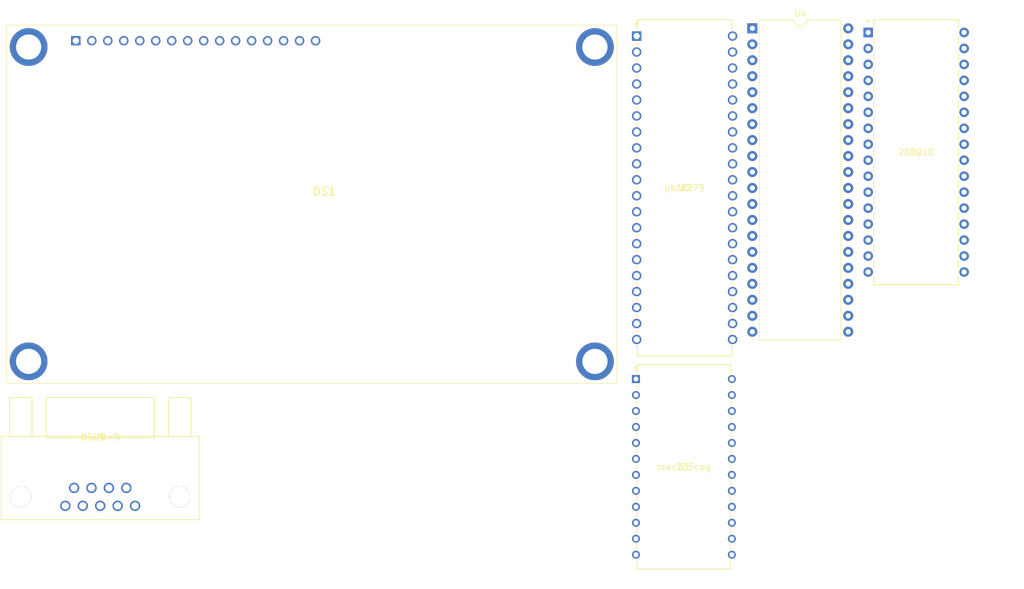
<source format=kicad_pcb>
(kicad_pcb (version 20211014) (generator pcbnew)
  (layers (0 "F.Cu" signal) (31 "B.Cu" signal) (34 "B.Paste" user) (35 "F.Paste" user) (36 "B.SilkS" user "B.Silkscreen") (37 "F.SilkS" user "F.Silkscreen") (38 "B.Mask" user) (39 "F.Mask" user) (44 "Edge.Cuts" user))
  (net 0 "")
  (footprint "Package_DIP:DIP-40_W15.24mm" (layer "F.Cu") (at 194.875 46.285)
    (fp_text reference "U4" (at 7.62 -2.33) (layer "F.SilkS"))
    (fp_text value "8086_Min_Mode")
    (fp_line (start 6.62 -1.33) (end 1.16 -1.33) (layer "F.SilkS") (width 0.12))
    (fp_line (start 14.08 49.59) (end 14.08 -1.33) (layer "F.SilkS") (width 0.12))
    (fp_line (start 1.16 -1.33) (end 1.16 49.59) (layer "F.SilkS") (width 0.12))
    (fp_line (start 14.08 -1.33) (end 8.62 -1.33) (layer "F.SilkS") (width 0.12))
    (fp_line (start 1.16 49.59) (end 14.08 49.59) (layer "F.SilkS") (width 0.12))
    (fp_arc (start 8.62 -1.33) (mid 7.62 -0.33) (end 6.62 -1.33) (layer "F.SilkS") (width 0.12))
    (pad "1" thru_hole rect (at 0 0) (size 1.6 1.6) (drill 0.8) (layers *.Cu *.Mask))
    (pad "2" thru_hole oval (at 0 2.54) (size 1.6 1.6) (drill 0.8) (layers *.Cu *.Mask))
    (pad "3" thru_hole oval (at 0 5.08) (size 1.6 1.6) (drill 0.8) (layers *.Cu *.Mask))
    (pad "4" thru_hole oval (at 0 7.62) (size 1.6 1.6) (drill 0.8) (layers *.Cu *.Mask))
    (pad "5" thru_hole oval (at 0 10.16) (size 1.6 1.6) (drill 0.8) (layers *.Cu *.Mask))
    (pad "6" thru_hole oval (at 0 12.7) (size 1.6 1.6) (drill 0.8) (layers *.Cu *.Mask))
    (pad "7" thru_hole oval (at 0 15.24) (size 1.6 1.6) (drill 0.8) (layers *.Cu *.Mask))
    (pad "8" thru_hole oval (at 0 17.78) (size 1.6 1.6) (drill 0.8) (layers *.Cu *.Mask))
    (pad "9" thru_hole oval (at 0 20.32) (size 1.6 1.6) (drill 0.8) (layers *.Cu *.Mask))
    (pad "10" thru_hole oval (at 0 22.86) (size 1.6 1.6) (drill 0.8) (layers *.Cu *.Mask))
    (pad "11" thru_hole oval (at 0 25.4) (size 1.6 1.6) (drill 0.8) (layers *.Cu *.Mask))
    (pad "12" thru_hole oval (at 0 27.94) (size 1.6 1.6) (drill 0.8) (layers *.Cu *.Mask))
    (pad "13" thru_hole oval (at 0 30.48) (size 1.6 1.6) (drill 0.8) (layers *.Cu *.Mask))
    (pad "14" thru_hole oval (at 0 33.02) (size 1.6 1.6) (drill 0.8) (layers *.Cu *.Mask))
    (pad "15" thru_hole oval (at 0 35.56) (size 1.6 1.6) (drill 0.8) (layers *.Cu *.Mask))
    (pad "16" thru_hole oval (at 0 38.1) (size 1.6 1.6) (drill 0.8) (layers *.Cu *.Mask))
    (pad "17" thru_hole oval (at 0 40.64) (size 1.6 1.6) (drill 0.8) (layers *.Cu *.Mask))
    (pad "18" thru_hole oval (at 0 43.18) (size 1.6 1.6) (drill 0.8) (layers *.Cu *.Mask))
    (pad "19" thru_hole oval (at 0 45.72) (size 1.6 1.6) (drill 0.8) (layers *.Cu *.Mask))
    (pad "20" thru_hole oval (at 0 48.26) (size 1.6 1.6) (drill 0.8) (layers *.Cu *.Mask))
    (pad "21" thru_hole oval (at 15.24 48.26) (size 1.6 1.6) (drill 0.8) (layers *.Cu *.Mask))
    (pad "22" thru_hole oval (at 15.24 45.72) (size 1.6 1.6) (drill 0.8) (layers *.Cu *.Mask))
    (pad "23" thru_hole oval (at 15.24 43.18) (size 1.6 1.6) (drill 0.8) (layers *.Cu *.Mask))
    (pad "24" thru_hole oval (at 15.24 40.64) (size 1.6 1.6) (drill 0.8) (layers *.Cu *.Mask))
    (pad "25" thru_hole oval (at 15.24 38.1) (size 1.6 1.6) (drill 0.8) (layers *.Cu *.Mask))
    (pad "26" thru_hole oval (at 15.24 35.56) (size 1.6 1.6) (drill 0.8) (layers *.Cu *.Mask))
    (pad "27" thru_hole oval (at 15.24 33.02) (size 1.6 1.6) (drill 0.8) (layers *.Cu *.Mask))
    (pad "28" thru_hole oval (at 15.24 30.48) (size 1.6 1.6) (drill 0.8) (layers *.Cu *.Mask))
    (pad "29" thru_hole oval (at 15.24 27.94) (size 1.6 1.6) (drill 0.8) (layers *.Cu *.Mask))
    (pad "30" thru_hole oval (at 15.24 25.4) (size 1.6 1.6) (drill 0.8) (layers *.Cu *.Mask))
    (pad "31" thru_hole oval (at 15.24 22.86) (size 1.6 1.6) (drill 0.8) (layers *.Cu *.Mask))
    (pad "32" thru_hole oval (at 15.24 20.32) (size 1.6 1.6) (drill 0.8) (layers *.Cu *.Mask))
    (pad "33" thru_hole oval (at 15.24 17.78) (size 1.6 1.6) (drill 0.8) (layers *.Cu *.Mask))
    (pad "34" thru_hole oval (at 15.24 15.24) (size 1.6 1.6) (drill 0.8) (layers *.Cu *.Mask))
    (pad "35" thru_hole oval (at 15.24 12.7) (size 1.6 1.6) (drill 0.8) (layers *.Cu *.Mask))
    (pad "36" thru_hole oval (at 15.24 10.16) (size 1.6 1.6) (drill 0.8) (layers *.Cu *.Mask))
    (pad "37" thru_hole oval (at 15.24 7.62) (size 1.6 1.6) (drill 0.8) (layers *.Cu *.Mask))
    (pad "38" thru_hole oval (at 15.24 5.08) (size 1.6 1.6) (drill 0.8) (layers *.Cu *.Mask))
    (pad "39" thru_hole oval (at 15.24 2.54) (size 1.6 1.6) (drill 0.8) (layers *.Cu *.Mask))
    (pad "40" thru_hole oval (at 15.24 0) (size 1.6 1.6) (drill 0.8) (layers *.Cu *.Mask))
  )
  (footprint "parts:pkd8279" (layer "F.Cu") (at 191.7295 95.7767)
    (fp_text reference "U3" (at -7.62 -24.13) (layer "F.SilkS"))
    (fp_text value "pkd8279" (at -7.62 -24.13) (layer "F.SilkS"))
    (fp_text user "*" (at -15.24 -49.7713) (layer "F.SilkS"))
    (fp_text user "*" (at -15.24 -49.7713) (layer "F.SilkS"))
    (fp_line (start -0.127 -46.794561) (end -0.127 -47.185439) (layer "F.SilkS") (width 0.1524))
    (fp_line (start -0.127 2.6035) (end -0.127 1.074561) (layer "F.SilkS") (width 0.1524))
    (fp_line (start -15.113 -11.625439) (end -15.113 -11.234561) (layer "F.SilkS") (width 0.1524))
    (fp_line (start -15.113 -44.645439) (end -15.113 -44.254561) (layer "F.SilkS") (width 0.1524))
    (fp_line (start -0.127 -41.714561) (end -0.127 -42.105439) (layer "F.SilkS") (width 0.1524))
    (fp_line (start -15.113 -34.485439) (end -15.113 -34.094561) (layer "F.SilkS") (width 0.1524))
    (fp_line (start -0.127 -44.254561) (end -0.127 -44.645439) (layer "F.SilkS") (width 0.1524))
    (fp_line (start -15.113 -47.17796) (end -15.113 -46.794561) (layer "F.SilkS") (width 0.1524))
    (fp_line (start -0.127 -16.314561) (end -0.127 -16.705439) (layer "F.SilkS") (width 0.1524))
    (fp_line (start -0.127 -18.854561) (end -0.127 -19.245439) (layer "F.SilkS") (width 0.1524))
    (fp_line (start -0.127 -49.334561) (end -0.127 -50.8635) (layer "F.SilkS") (width 0.1524))
    (fp_line (start -15.113 -42.105439) (end -15.113 -41.714561) (layer "F.SilkS") (width 0.1524))
    (fp_line (start -0.127 -1.074561) (end -0.127 -1.465439) (layer "F.SilkS") (width 0.1524))
    (fp_line (start -0.127 -26.474561) (end -0.127 -26.865439) (layer "F.SilkS") (width 0.1524))
    (fp_line (start -15.113 -14.165439) (end -15.113 -13.774561) (layer "F.SilkS") (width 0.1524))
    (fp_line (start -15.113 -9.085439) (end -15.113 -8.694561) (layer "F.SilkS") (width 0.1524))
    (fp_line (start -15.113 -29.405439) (end -15.113 -29.014561) (layer "F.SilkS") (width 0.1524))
    (fp_line (start -15.113 -24.325439) (end -15.113 -23.934561) (layer "F.SilkS") (width 0.1524))
    (fp_line (start -15.113 -19.245439) (end -15.113 -18.854561) (layer "F.SilkS") (width 0.1524))
    (fp_line (start -15.113 -37.025439) (end -15.113 -36.634561) (layer "F.SilkS") (width 0.1524))
    (fp_line (start -15.113 -50.8635) (end -15.113 -49.34204) (layer "F.SilkS") (width 0.1524))
    (fp_line (start -15.113 -4.005439) (end -15.113 -3.614561) (layer "F.SilkS") (width 0.1524))
    (fp_line (start -0.127 -21.394561) (end -0.127 -21.785439) (layer "F.SilkS") (width 0.1524))
    (fp_line (start -15.113 -26.865439) (end -15.113 -26.474561) (layer "F.SilkS") (width 0.1524))
    (fp_line (start -0.127 -50.8635) (end -15.113 -50.8635) (layer "F.SilkS") (width 0.1524))
    (fp_line (start -15.113 2.6035) (end -0.127 2.6035) (layer "F.SilkS") (width 0.1524))
    (fp_line (start -0.127 -6.154561) (end -0.127 -6.545439) (layer "F.SilkS") (width 0.1524))
    (fp_line (start -0.127 -11.234561) (end -0.127 -11.625439) (layer "F.SilkS") (width 0.1524))
    (fp_line (start -0.127 -13.774561) (end -0.127 -14.165439) (layer "F.SilkS") (width 0.1524))
    (fp_line (start -15.113 -6.545439) (end -15.113 -6.154561) (layer "F.SilkS") (width 0.1524))
    (fp_line (start -15.113 -16.705439) (end -15.113 -16.314561) (layer "F.SilkS") (width 0.1524))
    (fp_line (start -0.127 -29.014561) (end -0.127 -29.405439) (layer "F.SilkS") (width 0.1524))
    (fp_line (start -15.113 -39.565439) (end -15.113 -39.174561) (layer "F.SilkS") (width 0.1524))
    (fp_line (start -0.127 -39.174561) (end -0.127 -39.565439) (layer "F.SilkS") (width 0.1524))
    (fp_line (start -0.127 -8.694561) (end -0.127 -9.085439) (layer "F.SilkS") (width 0.1524))
    (fp_line (start -0.127 -31.554561) (end -0.127 -31.945439) (layer "F.SilkS") (width 0.1524))
    (fp_line (start -0.127 -3.614561) (end -0.127 -4.005439) (layer "F.SilkS") (width 0.1524))
    (fp_line (start -0.127 -36.634561) (end -0.127 -37.025439) (layer "F.SilkS") (width 0.1524))
    (fp_line (start -15.113 1.074561) (end -15.113 2.6035) (layer "F.SilkS") (width 0.1524))
    (fp_line (start -15.113 -1.465439) (end -15.113 -1.074561) (layer "F.SilkS") (width 0.1524))
    (fp_line (start -15.113 -21.785439) (end -15.113 -21.394561) (layer "F.SilkS") (width 0.1524))
    (fp_line (start -0.127 -34.094561) (end -0.127 -34.485439) (layer "F.SilkS") (width 0.1524))
    (fp_line (start -0.127 -23.934561) (end -0.127 -24.325439) (layer "F.SilkS") (width 0.1524))
    (fp_line (start -15.113 -31.945439) (end -15.113 -31.554561) (layer "F.SilkS") (width 0.1524))
    (pad "1" thru_hole rect locked (at -15.24 -48.26) (size 1.4986 1.4986) (drill 0.9906) (layers *.Cu *.Mask))
    (pad "2" thru_hole circle locked (at -15.24 -45.72) (size 1.4986 1.4986) (drill 0.9906) (layers *.Cu *.Mask))
    (pad "3" thru_hole circle locked (at -15.24 -43.18) (size 1.4986 1.4986) (drill 0.9906) (layers *.Cu *.Mask))
    (pad "4" thru_hole circle locked (at -15.24 -40.64) (size 1.4986 1.4986) (drill 0.9906) (layers *.Cu *.Mask))
    (pad "5" thru_hole circle locked (at -15.24 -38.1) (size 1.4986 1.4986) (drill 0.9906) (layers *.Cu *.Mask))
    (pad "6" thru_hole circle locked (at -15.24 -35.56) (size 1.4986 1.4986) (drill 0.9906) (layers *.Cu *.Mask))
    (pad "7" thru_hole circle locked (at -15.24 -33.02) (size 1.4986 1.4986) (drill 0.9906) (layers *.Cu *.Mask))
    (pad "8" thru_hole circle locked (at -15.24 -30.48) (size 1.4986 1.4986) (drill 0.9906) (layers *.Cu *.Mask))
    (pad "9" thru_hole circle locked (at -15.24 -27.94) (size 1.4986 1.4986) (drill 0.9906) (layers *.Cu *.Mask))
    (pad "10" thru_hole circle locked (at -15.24 -25.4) (size 1.4986 1.4986) (drill 0.9906) (layers *.Cu *.Mask))
    (pad "11" thru_hole circle locked (at -15.24 -22.86) (size 1.4986 1.4986) (drill 0.9906) (layers *.Cu *.Mask))
    (pad "12" thru_hole circle locked (at -15.24 -20.32) (size 1.4986 1.4986) (drill 0.9906) (layers *.Cu *.Mask))
    (pad "13" thru_hole circle locked (at -15.24 -17.78) (size 1.4986 1.4986) (drill 0.9906) (layers *.Cu *.Mask))
    (pad "14" thru_hole circle locked (at -15.24 -15.24) (size 1.4986 1.4986) (drill 0.9906) (layers *.Cu *.Mask))
    (pad "15" thru_hole circle locked (at -15.24 -12.7) (size 1.4986 1.4986) (drill 0.9906) (layers *.Cu *.Mask))
    (pad "16" thru_hole circle locked (at -15.24 -10.16) (size 1.4986 1.4986) (drill 0.9906) (layers *.Cu *.Mask))
    (pad "17" thru_hole circle locked (at -15.24 -7.62) (size 1.4986 1.4986) (drill 0.9906) (layers *.Cu *.Mask))
    (pad "18" thru_hole circle locked (at -15.24 -5.08) (size 1.4986 1.4986) (drill 0.9906) (layers *.Cu *.Mask))
    (pad "19" thru_hole circle locked (at -15.24 -2.54) (size 1.4986 1.4986) (drill 0.9906) (layers *.Cu *.Mask))
    (pad "20" thru_hole circle locked (at -15.24 0) (size 1.4986 1.4986) (drill 0.9906) (layers *.Cu *.Mask))
    (pad "21" thru_hole circle locked (at 0 0) (size 1.4986 1.4986) (drill 0.9906) (layers *.Cu *.Mask))
    (pad "22" thru_hole circle locked (at 0 -2.54) (size 1.4986 1.4986) (drill 0.9906) (layers *.Cu *.Mask))
    (pad "23" thru_hole circle locked (at 0 -5.08) (size 1.4986 1.4986) (drill 0.9906) (layers *.Cu *.Mask))
    (pad "24" thru_hole circle locked (at 0 -7.62) (size 1.4986 1.4986) (drill 0.9906) (layers *.Cu *.Mask))
    (pad "25" thru_hole circle locked (at 0 -10.16) (size 1.4986 1.4986) (drill 0.9906) (layers *.Cu *.Mask))
    (pad "26" thru_hole circle locked (at 0 -12.7) (size 1.4986 1.4986) (drill 0.9906) (layers *.Cu *.Mask))
    (pad "27" thru_hole circle locked (at 0 -15.24) (size 1.4986 1.4986) (drill 0.9906) (layers *.Cu *.Mask))
    (pad "28" thru_hole circle locked (at 0 -17.78) (size 1.4986 1.4986) (drill 0.9906) (layers *.Cu *.Mask))
    (pad "29" thru_hole circle locked (at 0 -20.32) (size 1.4986 1.4986) (drill 0.9906) (layers *.Cu *.Mask))
    (pad "30" thru_hole circle locked (at 0 -22.86) (size 1.4986 1.4986) (drill 0.9906) (layers *.Cu *.Mask))
    (pad "31" thru_hole circle locked (at 0 -25.4) (size 1.4986 1.4986) (drill 0.9906) (layers *.Cu *.Mask))
    (pad "32" thru_hole circle locked (at 0 -27.94) (size 1.4986 1.4986) (drill 0.9906) (layers *.Cu *.Mask))
    (pad "33" thru_hole circle locked (at 0 -30.48) (size 1.4986 1.4986) (drill 0.9906) (layers *.Cu *.Mask))
    (pad "34" thru_hole circle locked (at 0 -33.02) (size 1.4986 1.4986) (drill 0.9906) (layers *.Cu *.Mask))
    (pad "35" thru_hole circle locked (at 0 -35.56) (size 1.4986 1.4986) (drill 0.9906) (layers *.Cu *.Mask))
    (pad "36" thru_hole circle locked (at 0 -38.1) (size 1.4986 1.4986) (drill 0.9906) (layers *.Cu *.Mask))
    (pad "37" thru_hole circle locked (at 0 -40.64) (size 1.4986 1.4986) (drill 0.9906) (layers *.Cu *.Mask))
    (pad "38" thru_hole circle locked (at 0 -43.18) (size 1.4986 1.4986) (drill 0.9906) (layers *.Cu *.Mask))
    (pad "39" thru_hole circle locked (at 0 -45.72) (size 1.4986 1.4986) (drill 0.9906) (layers *.Cu *.Mask))
    (pad "40" thru_hole circle locked (at 0 -48.26) (size 1.4986 1.4986) (drill 0.9906) (layers *.Cu *.Mask))
  )
  (footprint "parts:DSUB-9" (layer "F.Cu") (at 91.2358 111.3124)
    (fp_text reference "J1" (at 0 0) (layer "F.SilkS"))
    (fp_text value "DSUB-9" (at 0 0) (layer "F.SilkS"))
    (fp_text user "*" (at 0 0) (layer "F.SilkS"))
    (fp_line (start -14.4018 -0.127) (end -14.4018 -6.2992) (layer "F.SilkS") (width 0.1524))
    (fp_line (start 8.5852 0.127) (end 8.5852 -6.2992) (layer "F.SilkS") (width 0.1524))
    (fp_line (start 8.5852 -6.2992) (end -8.5852 -6.2992) (layer "F.SilkS") (width 0.1524))
    (fp_line (start -15.7226 -0.127) (end -15.7226 13.1318) (layer "F.SilkS") (width 0.1524))
    (fp_line (start -14.4018 -6.2992) (end -10.8458 -6.2992) (layer "F.SilkS") (width 0.1524))
    (fp_line (start -8.5852 -6.2992) (end -8.5852 0.127) (layer "F.SilkS") (width 0.1524))
    (fp_line (start -15.7226 13.1318) (end 15.7226 13.1318) (layer "F.SilkS") (width 0.1524))
    (fp_line (start 14.4018 -6.2992) (end 14.4018 -0.127) (layer "F.SilkS") (width 0.1524))
    (fp_line (start -10.8458 -6.2992) (end -10.8458 -0.127) (layer "F.SilkS") (width 0.1524))
    (fp_line (start 10.8458 -6.2992) (end 14.4018 -6.2992) (layer "F.SilkS") (width 0.1524))
    (fp_line (start 15.7226 -0.127) (end -15.7226 -0.127) (layer "F.SilkS") (width 0.1524))
    (fp_line (start -8.5852 0.127) (end 8.5852 0.127) (layer "F.SilkS") (width 0.1524))
    (fp_line (start 15.7226 13.1318) (end 15.7226 -0.127) (layer "F.SilkS") (width 0.1524))
    (fp_line (start 10.8458 -0.127) (end 10.8458 -6.2992) (layer "F.SilkS") (width 0.1524))
    (pad "1" thru_hole circle locked (at 5.5372 10.922) (size 1.651 1.651) (drill 1.143) (layers *.Cu *.Mask))
    (pad "2" thru_hole circle locked (at 2.7686 10.922) (size 1.651 1.651) (drill 1.143) (layers *.Cu *.Mask))
    (pad "3" thru_hole circle locked (at 0 10.922) (size 1.651 1.651) (drill 1.143) (layers *.Cu *.Mask))
    (pad "4" thru_hole circle locked (at -2.7686 10.922) (size 1.651 1.651) (drill 1.143) (layers *.Cu *.Mask))
    (pad "5" thru_hole circle locked (at -5.5372 10.922) (size 1.651 1.651) (drill 1.143) (layers *.Cu *.Mask))
    (pad "6" thru_hole circle locked (at 4.1529 8.0772) (size 1.651 1.651) (drill 1.143) (layers *.Cu *.Mask))
    (pad "7" thru_hole circle locked (at 1.3843 8.0772) (size 1.651 1.651) (drill 1.143) (layers *.Cu *.Mask))
    (pad "8" thru_hole circle locked (at -1.3843 8.0772) (size 1.651 1.651) (drill 1.143) (layers *.Cu *.Mask))
    (pad "9" thru_hole circle locked (at -4.1529 8.0772) (size 1.651 1.651) (drill 1.143) (layers *.Cu *.Mask))
    (pad "MH1" thru_hole circle locked (at -12.6238 9.4996) (size 3.302 3.302) (drill 3.302) (layers *.Cu *.Mask))
    (pad "MH2" thru_hole circle locked (at 12.6238 9.4996) (size 3.302 3.302) (drill 3.302) (layers *.Cu *.Mask))
  )
  (footprint "parts:max235cpg" (layer "F.Cu") (at 191.6152 130.0092)
    (fp_text reference "U1" (at -7.62 -13.97) (layer "F.SilkS"))
    (fp_text value "max235cpg" (at -7.62 -13.97) (layer "F.SilkS"))
    (fp_text user "*" (at -15.24 -29.337) (layer "F.SilkS"))
    (fp_text user "*" (at -15.24 -29.337) (layer "F.SilkS"))
    (fp_line (start -0.1905 -18.728805) (end -0.1905 -19.371195) (layer "F.SilkS") (width 0.1524))
    (fp_line (start -0.1905 -16.188805) (end -0.1905 -16.831195) (layer "F.SilkS") (width 0.1524))
    (fp_line (start -0.1905 -23.808805) (end -0.1905 -24.451195) (layer "F.SilkS") (width 0.1524))
    (fp_line (start -15.0495 2.286) (end -0.1905 2.286) (layer "F.SilkS") (width 0.1524))
    (fp_line (start -15.0495 -19.371195) (end -15.0495 -18.728805) (layer "F.SilkS") (width 0.1524))
    (fp_line (start -0.1905 -6.028805) (end -0.1905 -6.671195) (layer "F.SilkS") (width 0.1524))
    (fp_line (start -15.0495 -16.831195) (end -15.0495 -16.188805) (layer "F.SilkS") (width 0.1524))
    (fp_line (start -15.0495 -11.751195) (end -15.0495 -11.108805) (layer "F.SilkS") (width 0.1524))
    (fp_line (start -15.0495 -30.226) (end -15.0495 -28.90774) (layer "F.SilkS") (width 0.1524))
    (fp_line (start -15.0495 -1.591195) (end -15.0495 -0.948805) (layer "F.SilkS") (width 0.1524))
    (fp_line (start -15.0495 -24.451195) (end -15.0495 -23.808805) (layer "F.SilkS") (width 0.1524))
    (fp_line (start -0.1905 -3.488805) (end -0.1905 -4.131195) (layer "F.SilkS") (width 0.1524))
    (fp_line (start -0.1905 -11.108805) (end -0.1905 -11.751195) (layer "F.SilkS") (width 0.1524))
    (fp_line (start -0.1905 -26.348805) (end -0.1905 -26.991195) (layer "F.SilkS") (width 0.1524))
    (fp_line (start -15.0495 -21.911195) (end -15.0495 -21.268805) (layer "F.SilkS") (width 0.1524))
    (fp_line (start -0.1905 2.286) (end -0.1905 0.948805) (layer "F.SilkS") (width 0.1524))
    (fp_line (start -0.1905 -8.568805) (end -0.1905 -9.211195) (layer "F.SilkS") (width 0.1524))
    (fp_line (start -0.1905 -28.888805) (end -0.1905 -30.226) (layer "F.SilkS") (width 0.1524))
    (fp_line (start -15.0495 -14.291195) (end -15.0495 -13.648805) (layer "F.SilkS") (width 0.1524))
    (fp_line (start -15.0495 -26.97226) (end -15.0495 -26.348805) (layer "F.SilkS") (width 0.1524))
    (fp_line (start -0.1905 -21.268805) (end -0.1905 -21.911195) (layer "F.SilkS") (width 0.1524))
    (fp_line (start -15.0495 -4.131195) (end -15.0495 -3.488805) (layer "F.SilkS") (width 0.1524))
    (fp_line (start -15.0495 0.948805) (end -15.0495 2.286) (layer "F.SilkS") (width 0.1524))
    (fp_line (start -15.0495 -9.211195) (end -15.0495 -8.568805) (layer "F.SilkS") (width 0.1524))
    (fp_line (start -0.1905 -30.226) (end -15.0495 -30.226) (layer "F.SilkS") (width 0.1524))
    (fp_line (start -0.1905 -13.648805) (end -0.1905 -14.291195) (layer "F.SilkS") (width 0.1524))
    (fp_line (start -15.0495 -6.671195) (end -15.0495 -6.028805) (layer "F.SilkS") (width 0.1524))
    (fp_line (start -0.1905 -0.948805) (end -0.1905 -1.591195) (layer "F.SilkS") (width 0.1524))
    (pad "1" thru_hole rect locked (at -15.24 -27.94) (size 1.27 1.27) (drill 0.762) (layers *.Cu *.Mask))
    (pad "2" thru_hole circle locked (at -15.24 -25.4) (size 1.27 1.27) (drill 0.762) (layers *.Cu *.Mask))
    (pad "3" thru_hole circle locked (at -15.24 -22.86) (size 1.27 1.27) (drill 0.762) (layers *.Cu *.Mask))
    (pad "4" thru_hole circle locked (at -15.24 -20.32) (size 1.27 1.27) (drill 0.762) (layers *.Cu *.Mask))
    (pad "5" thru_hole circle locked (at -15.24 -17.78) (size 1.27 1.27) (drill 0.762) (layers *.Cu *.Mask))
    (pad "6" thru_hole circle locked (at -15.24 -15.24) (size 1.27 1.27) (drill 0.762) (layers *.Cu *.Mask))
    (pad "7" thru_hole circle locked (at -15.24 -12.7) (size 1.27 1.27) (drill 0.762) (layers *.Cu *.Mask))
    (pad "8" thru_hole circle locked (at -15.24 -10.16) (size 1.27 1.27) (drill 0.762) (layers *.Cu *.Mask))
    (pad "9" thru_hole circle locked (at -15.24 -7.62) (size 1.27 1.27) (drill 0.762) (layers *.Cu *.Mask))
    (pad "10" thru_hole circle locked (at -15.24 -5.08) (size 1.27 1.27) (drill 0.762) (layers *.Cu *.Mask))
    (pad "11" thru_hole circle locked (at -15.24 -2.54) (size 1.27 1.27) (drill 0.762) (layers *.Cu *.Mask))
    (pad "12" thru_hole circle locked (at -15.24 0) (size 1.27 1.27) (drill 0.762) (layers *.Cu *.Mask))
    (pad "13" thru_hole circle locked (at 0 0) (size 1.27 1.27) (drill 0.762) (layers *.Cu *.Mask))
    (pad "14" thru_hole circle locked (at 0 -2.54) (size 1.27 1.27) (drill 0.762) (layers *.Cu *.Mask))
    (pad "15" thru_hole circle locked (at 0 -5.08) (size 1.27 1.27) (drill 0.762) (layers *.Cu *.Mask))
    (pad "16" thru_hole circle locked (at 0 -7.62) (size 1.27 1.27) (drill 0.762) (layers *.Cu *.Mask))
    (pad "17" thru_hole circle locked (at 0 -10.16) (size 1.27 1.27) (drill 0.762) (layers *.Cu *.Mask))
    (pad "18" thru_hole circle locked (at 0 -12.7) (size 1.27 1.27) (drill 0.762) (layers *.Cu *.Mask))
    (pad "19" thru_hole circle locked (at 0 -15.24) (size 1.27 1.27) (drill 0.762) (layers *.Cu *.Mask))
    (pad "20" thru_hole circle locked (at 0 -17.78) (size 1.27 1.27) (drill 0.762) (layers *.Cu *.Mask))
    (pad "21" thru_hole circle locked (at 0 -20.32) (size 1.27 1.27) (drill 0.762) (layers *.Cu *.Mask))
    (pad "22" thru_hole circle locked (at 0 -22.86) (size 1.27 1.27) (drill 0.762) (layers *.Cu *.Mask))
    (pad "23" thru_hole circle locked (at 0 -25.4) (size 1.27 1.27) (drill 0.762) (layers *.Cu *.Mask))
    (pad "24" thru_hole circle locked (at 0 -27.94) (size 1.27 1.27) (drill 0.762) (layers *.Cu *.Mask))
  )
  (footprint "parts:28F010" (layer "F.Cu") (at 213.2922 46.9452)
    (fp_text reference "U2" (at 7.62 19.05) (layer "F.SilkS"))
    (fp_text value "28F010" (at 7.62 19.05) (layer "F.SilkS"))
    (fp_text user "*" (at 0 -1.524) (layer "F.SilkS"))
    (fp_text user "*" (at 0 -1.524) (layer "F.SilkS"))
    (fp_line (start 14.351 29.841146) (end 14.351 28.578854) (layer "F.SilkS") (width 0.1524))
    (fp_line (start 14.351 6.981146) (end 14.351 5.718854) (layer "F.SilkS") (width 0.1524))
    (fp_line (start 14.351 -2.032) (end 0.889 -2.032) (layer "F.SilkS") (width 0.1524))
    (fp_line (start 0.889 31.118854) (end 0.889 32.381146) (layer "F.SilkS") (width 0.1524))
    (fp_line (start 14.351 4.441146) (end 14.351 3.178854) (layer "F.SilkS") (width 0.1524))
    (fp_line (start 14.351 12.061146) (end 14.351 10.798854) (layer "F.SilkS") (width 0.1524))
    (fp_line (start 0.889 20.958854) (end 0.889 22.221146) (layer "F.SilkS") (width 0.1524))
    (fp_line (start 14.351 37.461146) (end 14.351 36.198854) (layer "F.SilkS") (width 0.1524))
    (fp_line (start 0.889 28.578854) (end 0.889 29.841146) (layer "F.SilkS") (width 0.1524))
    (fp_line (start 14.351 19.681146) (end 14.351 18.418854) (layer "F.SilkS") (width 0.1524))
    (fp_line (start 14.351 27.301146) (end 14.351 26.038854) (layer "F.SilkS") (width 0.1524))
    (fp_line (start 0.889 5.718854) (end 0.889 6.981146) (layer "F.SilkS") (width 0.1524))
    (fp_line (start 14.351 9.521146) (end 14.351 8.258854) (layer "F.SilkS") (width 0.1524))
    (fp_line (start 0.889 33.658854) (end 0.889 34.921146) (layer "F.SilkS") (width 0.1524))
    (fp_line (start 0.889 23.498854) (end 0.889 24.761146) (layer "F.SilkS") (width 0.1524))
    (fp_line (start 0.889 8.258854) (end 0.889 9.521146) (layer "F.SilkS") (width 0.1524))
    (fp_line (start 14.351 40.132) (end 14.351 38.738854) (layer "F.SilkS") (width 0.1524))
    (fp_line (start 0.889 15.878854) (end 0.889 17.141146) (layer "F.SilkS") (width 0.1524))
    (fp_line (start 14.351 34.921146) (end 14.351 33.658854) (layer "F.SilkS") (width 0.1524))
    (fp_line (start 14.351 14.601146) (end 14.351 13.338854) (layer "F.SilkS") (width 0.1524))
    (fp_line (start 0.889 26.038854) (end 0.889 27.301146) (layer "F.SilkS") (width 0.1524))
    (fp_line (start 0.889 3.178854) (end 0.889 4.441146) (layer "F.SilkS") (width 0.1524))
    (fp_line (start 14.351 22.221146) (end 14.351 20.958854) (layer "F.SilkS") (width 0.1524))
    (fp_line (start 0.889 -2.032) (end 0.889 -1.06955) (layer "F.SilkS") (width 0.1524))
    (fp_line (start 0.889 10.798854) (end 0.889 12.061146) (layer "F.SilkS") (width 0.1524))
    (fp_line (start 0.889 38.738854) (end 0.889 40.132) (layer "F.SilkS") (width 0.1524))
    (fp_line (start 0.889 18.418854) (end 0.889 19.681146) (layer "F.SilkS") (width 0.1524))
    (fp_line (start 0.889 1.06955) (end 0.889 1.901146) (layer "F.SilkS") (width 0.1524))
    (fp_line (start 14.351 32.381146) (end 14.351 31.118854) (layer "F.SilkS") (width 0.1524))
    (fp_line (start 0.889 36.198854) (end 0.889 37.461146) (layer "F.SilkS") (width 0.1524))
    (fp_line (start 14.351 1.901146) (end 14.351 0.638854) (layer "F.SilkS") (width 0.1524))
    (fp_line (start 14.351 -0.638854) (end 14.351 -2.032) (layer "F.SilkS") (width 0.1524))
    (fp_line (start 0.889 13.338854) (end 0.889 14.601146) (layer "F.SilkS") (width 0.1524))
    (fp_line (start 14.351 24.761146) (end 14.351 23.498854) (layer "F.SilkS") (width 0.1524))
    (fp_line (start 0.889 40.132) (end 14.351 40.132) (layer "F.SilkS") (width 0.1524))
    (fp_line (start 14.351 17.141146) (end 14.351 15.878854) (layer "F.SilkS") (width 0.1524))
    (pad "1" thru_hole rect locked (at 0 0) (size 1.524 1.524) (drill 0.8128) (layers *.Cu *.Mask))
    (pad "2" thru_hole circle locked (at 0 2.54) (size 1.524 1.524) (drill 0.8128) (layers *.Cu *.Mask))
    (pad "3" thru_hole circle locked (at 0 5.08) (size 1.524 1.524) (drill 0.8128) (layers *.Cu *.Mask))
    (pad "4" thru_hole circle locked (at 0 7.62) (size 1.524 1.524) (drill 0.8128) (layers *.Cu *.Mask))
    (pad "5" thru_hole circle locked (at 0 10.16) (size 1.524 1.524) (drill 0.8128) (layers *.Cu *.Mask))
    (pad "6" thru_hole circle locked (at 0 12.7) (size 1.524 1.524) (drill 0.8128) (layers *.Cu *.Mask))
    (pad "7" thru_hole circle locked (at 0 15.24) (size 1.524 1.524) (drill 0.8128) (layers *.Cu *.Mask))
    (pad "8" thru_hole circle locked (at 0 17.78) (size 1.524 1.524) (drill 0.8128) (layers *.Cu *.Mask))
    (pad "9" thru_hole circle locked (at 0 20.32) (size 1.524 1.524) (drill 0.8128) (layers *.Cu *.Mask))
    (pad "10" thru_hole circle locked (at 0 22.86) (size 1.524 1.524) (drill 0.8128) (layers *.Cu *.Mask))
    (pad "11" thru_hole circle locked (at 0 25.4) (size 1.524 1.524) (drill 0.8128) (layers *.Cu *.Mask))
    (pad "12" thru_hole circle locked (at 0 27.94) (size 1.524 1.524) (drill 0.8128) (layers *.Cu *.Mask))
    (pad "13" thru_hole circle locked (at 0 30.48) (size 1.524 1.524) (drill 0.8128) (layers *.Cu *.Mask))
    (pad "14" thru_hole circle locked (at 0 33.02) (size 1.524 1.524) (drill 0.8128) (layers *.Cu *.Mask))
    (pad "15" thru_hole circle locked (at 0 35.56) (size 1.524 1.524) (drill 0.8128) (layers *.Cu *.Mask))
    (pad "16" thru_hole circle locked (at 0 38.1) (size 1.524 1.524) (drill 0.8128) (layers *.Cu *.Mask))
    (pad "17" thru_hole circle locked (at 15.24 38.1) (size 1.524 1.524) (drill 0.8128) (layers *.Cu *.Mask))
    (pad "18" thru_hole circle locked (at 15.24 35.56) (size 1.524 1.524) (drill 0.8128) (layers *.Cu *.Mask))
    (pad "19" thru_hole circle locked (at 15.24 33.02) (size 1.524 1.524) (drill 0.8128) (layers *.Cu *.Mask))
    (pad "20" thru_hole circle locked (at 15.24 30.48) (size 1.524 1.524) (drill 0.8128) (layers *.Cu *.Mask))
    (pad "21" thru_hole circle locked (at 15.24 27.94) (size 1.524 1.524) (drill 0.8128) (layers *.Cu *.Mask))
    (pad "22" thru_hole circle locked (at 15.24 25.4) (size 1.524 1.524) (drill 0.8128) (layers *.Cu *.Mask))
    (pad "23" thru_hole circle locked (at 15.24 22.86) (size 1.524 1.524) (drill 0.8128) (layers *.Cu *.Mask))
    (pad "24" thru_hole circle locked (at 15.24 20.32) (size 1.524 1.524) (drill 0.8128) (layers *.Cu *.Mask))
    (pad "25" thru_hole circle locked (at 15.24 17.78) (size 1.524 1.524) (drill 0.8128) (layers *.Cu *.Mask))
    (pad "26" thru_hole circle locked (at 15.24 15.24) (size 1.524 1.524) (drill 0.8128) (layers *.Cu *.Mask))
    (pad "27" thru_hole circle locked (at 15.24 12.7) (size 1.524 1.524) (drill 0.8128) (layers *.Cu *.Mask))
    (pad "28" thru_hole circle locked (at 15.24 10.16) (size 1.524 1.524) (drill 0.8128) (layers *.Cu *.Mask))
    (pad "29" thru_hole circle locked (at 15.24 7.62) (size 1.524 1.524) (drill 0.8128) (layers *.Cu *.Mask))
    (pad "30" thru_hole circle locked (at 15.24 5.08) (size 1.524 1.524) (drill 0.8128) (layers *.Cu *.Mask))
    (pad "31" thru_hole circle locked (at 15.24 2.54) (size 1.524 1.524) (drill 0.8128) (layers *.Cu *.Mask))
    (pad "32" thru_hole circle locked (at 15.24 0) (size 1.524 1.524) (drill 0.8128) (layers *.Cu *.Mask))
  )
  (footprint "parts:LCD4x20" (layer "F.Cu") (at 86.36 48.26)
    (fp_text reference "DS1" (at 40.5 24) (layer "F.SilkS") (effects (font (size 1.27 1.27) (thickness 0.254))))
    (fp_text value "LCD4x20" hide)
    (fp_line (start 87 -2.5) (end 87 54.5) (layer "F.SilkS") (width 0.1))
    (fp_line (start -10 -2.5) (end 87 -2.5) (layer "F.SilkS") (width 0.1))
    (fp_line (start 87 54.5) (end -10 54.5) (layer "F.SilkS") (width 0.1))
    (fp_line (start -10 54.5) (end -10 -2.5) (layer "F.SilkS") (width 0.1))
    (pad "1" thru_hole rect locked (at 1 0) (size 1.5 1.5) (drill 1) (layers *.Cu *.Mask))
    (pad "2" thru_hole circle locked (at 3.54 0) (size 1.5 1.5) (drill 1) (layers *.Cu *.Mask))
    (pad "3" thru_hole circle locked (at 6.08 0) (size 1.5 1.5) (drill 1) (layers *.Cu *.Mask))
    (pad "4" thru_hole circle locked (at 8.62 0) (size 1.5 1.5) (drill 1) (layers *.Cu *.Mask))
    (pad "5" thru_hole circle locked (at 11.16 0) (size 1.5 1.5) (drill 1) (layers *.Cu *.Mask))
    (pad "6" thru_hole circle locked (at 13.7 0) (size 1.5 1.5) (drill 1) (layers *.Cu *.Mask))
    (pad "7" thru_hole circle locked (at 16.24 0) (size 1.5 1.5) (drill 1) (layers *.Cu *.Mask))
    (pad "8" thru_hole circle locked (at 18.78 0) (size 1.5 1.5) (drill 1) (layers *.Cu *.Mask))
    (pad "9" thru_hole circle locked (at 21.32 0) (size 1.5 1.5) (drill 1) (layers *.Cu *.Mask))
    (pad "10" thru_hole circle locked (at 23.86 0) (size 1.5 1.5) (drill 1) (layers *.Cu *.Mask))
    (pad "11" thru_hole circle locked (at 26.4 0) (size 1.5 1.5) (drill 1) (layers *.Cu *.Mask))
    (pad "12" thru_hole circle locked (at 28.94 0) (size 1.5 1.5) (drill 1) (layers *.Cu *.Mask))
    (pad "13" thru_hole circle locked (at 31.48 0) (size 1.5 1.5) (drill 1) (layers *.Cu *.Mask))
    (pad "14" thru_hole circle locked (at 34.02 0) (size 1.5 1.5) (drill 1) (layers *.Cu *.Mask))
    (pad "15" thru_hole circle locked (at 36.56 0) (size 1.5 1.5) (drill 1) (layers *.Cu *.Mask))
    (pad "16" thru_hole circle locked (at 39.1 0) (size 1.5 1.5) (drill 1) (layers *.Cu *.Mask))
    (pad "MH1" thru_hole circle locked (at -6.5 1) (size 6 6) (drill 4) (layers *.Cu *.Mask))
    (pad "MH2" thru_hole circle locked (at -6.5 51) (size 6 6) (drill 4) (layers *.Cu *.Mask))
    (pad "MH3" thru_hole circle locked (at 83.5 51) (size 6 6) (drill 4) (layers *.Cu *.Mask))
    (pad "MH4" thru_hole circle locked (at 83.5 1) (size 6 6) (drill 4) (layers *.Cu *.Mask))
  )
)
</source>
